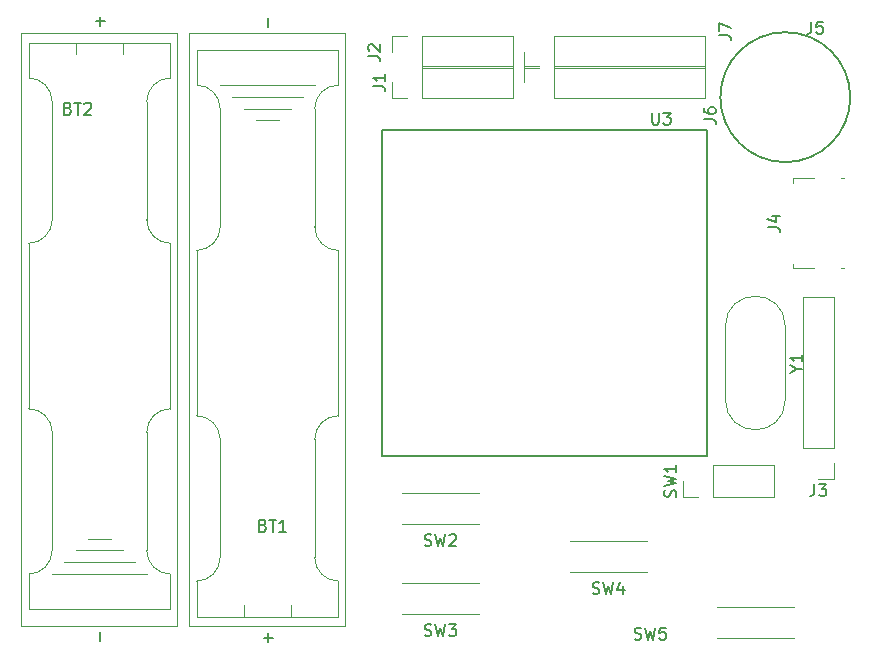
<source format=gto>
G04 #@! TF.GenerationSoftware,KiCad,Pcbnew,(5.0.0)*
G04 #@! TF.CreationDate,2019-03-24T17:02:07+01:00*
G04 #@! TF.ProjectId,lcrmeter,6C63726D657465722E6B696361645F70,rev?*
G04 #@! TF.SameCoordinates,Original*
G04 #@! TF.FileFunction,Legend,Top*
G04 #@! TF.FilePolarity,Positive*
%FSLAX46Y46*%
G04 Gerber Fmt 4.6, Leading zero omitted, Abs format (unit mm)*
G04 Created by KiCad (PCBNEW (5.0.0)) date 03/24/19 17:02:07*
%MOMM*%
%LPD*%
G01*
G04 APERTURE LIST*
%ADD10C,0.150000*%
%ADD11C,0.120000*%
G04 APERTURE END LIST*
D10*
G04 #@! TO.C,J5*
X175426000Y-102362000D02*
G75*
G03X175426000Y-102362000I-5500000J0D01*
G01*
D11*
G04 #@! TO.C,BT1*
X132078308Y-98335920D02*
X132078308Y-101335920D01*
X120078308Y-98335920D02*
X132078308Y-98335920D01*
X120078308Y-98335920D02*
X120078308Y-101335920D01*
X132078308Y-146335920D02*
X132078308Y-143335920D01*
X120078308Y-146335920D02*
X132078308Y-146335920D01*
X120078308Y-146335920D02*
X120078308Y-143335920D01*
X120078308Y-143335920D02*
G75*
G03X122078308Y-141335920I0J2000000D01*
G01*
X122078308Y-103335920D02*
G75*
G03X120078308Y-101335920I-2000000J0D01*
G01*
X132078308Y-101335920D02*
G75*
G03X130078308Y-103335920I0J-2000000D01*
G01*
X130078308Y-103335920D02*
X130078308Y-113335920D01*
X122078308Y-103335920D02*
X122078308Y-113335920D01*
X130078308Y-141335920D02*
G75*
G03X132078308Y-143335920I2000000J0D01*
G01*
X122078308Y-141335920D02*
X122078308Y-131335920D01*
X130078308Y-141335920D02*
X130078308Y-131335920D01*
X130078308Y-113335920D02*
G75*
G03X132078308Y-115335920I2000000J0D01*
G01*
X132078308Y-129335920D02*
G75*
G03X130078308Y-131335920I0J-2000000D01*
G01*
X122078308Y-131335920D02*
G75*
G03X120078308Y-129335920I-2000000J0D01*
G01*
X120078308Y-115335920D02*
G75*
G03X122078308Y-113335920I0J2000000D01*
G01*
X120078308Y-115335920D02*
X120078308Y-129335920D01*
X132078308Y-129335920D02*
X132078308Y-115335920D01*
X128078308Y-145335920D02*
X128078308Y-146335920D01*
X124078308Y-146335920D02*
X124078308Y-145335920D01*
X122078308Y-101335920D02*
X130078308Y-101335920D01*
X129078308Y-102335920D02*
X123078308Y-102335920D01*
X124078308Y-103335920D02*
X128078308Y-103335920D01*
X125078308Y-104335920D02*
X127078308Y-104335920D01*
X119478308Y-96935920D02*
X119478308Y-147135920D01*
X119478308Y-147135920D02*
X132678308Y-147135920D01*
X132678308Y-147135920D02*
X132678308Y-96935920D01*
X132678308Y-96935920D02*
X119478308Y-96935920D01*
G04 #@! TO.C,BT2*
X105254308Y-147135920D02*
X118454308Y-147135920D01*
X105254308Y-96935920D02*
X105254308Y-147135920D01*
X118454308Y-96935920D02*
X105254308Y-96935920D01*
X118454308Y-147135920D02*
X118454308Y-96935920D01*
X112854308Y-139735920D02*
X110854308Y-139735920D01*
X113854308Y-140735920D02*
X109854308Y-140735920D01*
X108854308Y-141735920D02*
X114854308Y-141735920D01*
X115854308Y-142735920D02*
X107854308Y-142735920D01*
X113854308Y-97735920D02*
X113854308Y-98735920D01*
X109854308Y-98735920D02*
X109854308Y-97735920D01*
X105854308Y-114735920D02*
X105854308Y-128735920D01*
X117854308Y-128735920D02*
X117854308Y-114735920D01*
X117854308Y-128735920D02*
G75*
G03X115854308Y-130735920I0J-2000000D01*
G01*
X115854308Y-112735920D02*
G75*
G03X117854308Y-114735920I2000000J0D01*
G01*
X105854308Y-114735920D02*
G75*
G03X107854308Y-112735920I0J2000000D01*
G01*
X107854308Y-130735920D02*
G75*
G03X105854308Y-128735920I-2000000J0D01*
G01*
X107854308Y-102735920D02*
X107854308Y-112735920D01*
X115854308Y-102735920D02*
X115854308Y-112735920D01*
X107854308Y-102735920D02*
G75*
G03X105854308Y-100735920I-2000000J0D01*
G01*
X115854308Y-140735920D02*
X115854308Y-130735920D01*
X107854308Y-140735920D02*
X107854308Y-130735920D01*
X105854308Y-142735920D02*
G75*
G03X107854308Y-140735920I0J2000000D01*
G01*
X115854308Y-140735920D02*
G75*
G03X117854308Y-142735920I2000000J0D01*
G01*
X117854308Y-100735920D02*
G75*
G03X115854308Y-102735920I0J-2000000D01*
G01*
X117854308Y-97735920D02*
X117854308Y-100735920D01*
X117854308Y-97735920D02*
X105854308Y-97735920D01*
X105854308Y-97735920D02*
X105854308Y-100735920D01*
X117854308Y-145735920D02*
X117854308Y-142735920D01*
X117854308Y-145735920D02*
X105854308Y-145735920D01*
X105854308Y-145735920D02*
X105854308Y-142735920D01*
G04 #@! TO.C,J1*
X146872000Y-102422000D02*
X146872000Y-99762000D01*
X139192000Y-102422000D02*
X146872000Y-102422000D01*
X139192000Y-99762000D02*
X146872000Y-99762000D01*
X139192000Y-102422000D02*
X139192000Y-99762000D01*
X137922000Y-102422000D02*
X136592000Y-102422000D01*
X136592000Y-102422000D02*
X136592000Y-101092000D01*
G04 #@! TO.C,J2*
X139192000Y-99882000D02*
X139192000Y-97222000D01*
X139192000Y-99882000D02*
X146872000Y-99882000D01*
X146872000Y-99882000D02*
X146872000Y-97222000D01*
X139192000Y-97222000D02*
X146872000Y-97222000D01*
X136592000Y-97222000D02*
X137922000Y-97222000D01*
X136592000Y-98552000D02*
X136592000Y-97222000D01*
G04 #@! TO.C,J3*
X174050000Y-119320000D02*
X171390000Y-119320000D01*
X174050000Y-132080000D02*
X174050000Y-119320000D01*
X171390000Y-132080000D02*
X171390000Y-119320000D01*
X174050000Y-132080000D02*
X171390000Y-132080000D01*
X174050000Y-133350000D02*
X174050000Y-134680000D01*
X174050000Y-134680000D02*
X172720000Y-134680000D01*
G04 #@! TO.C,J4*
X170572000Y-109220000D02*
X170572000Y-109600000D01*
X174622000Y-109220000D02*
X174882000Y-109220000D01*
X170572000Y-109220000D02*
X172342000Y-109220000D01*
X170572000Y-116840000D02*
X170572000Y-116460000D01*
X172342000Y-116840000D02*
X170572000Y-116840000D01*
X174882000Y-116840000D02*
X174622000Y-116840000D01*
G04 #@! TO.C,J6*
X150368000Y-102422000D02*
X150368000Y-99762000D01*
X150368000Y-102422000D02*
X163128000Y-102422000D01*
X163128000Y-102422000D02*
X163128000Y-99762000D01*
X150368000Y-99762000D02*
X163128000Y-99762000D01*
X147768000Y-99762000D02*
X149098000Y-99762000D01*
X147768000Y-101092000D02*
X147768000Y-99762000D01*
G04 #@! TO.C,J7*
X147768000Y-99882000D02*
X147768000Y-98552000D01*
X149098000Y-99882000D02*
X147768000Y-99882000D01*
X150368000Y-99882000D02*
X150368000Y-97222000D01*
X150368000Y-97222000D02*
X163128000Y-97222000D01*
X150368000Y-99882000D02*
X163128000Y-99882000D01*
X163128000Y-99882000D02*
X163128000Y-97222000D01*
G04 #@! TO.C,SW2*
X143966000Y-138460000D02*
X137466000Y-138460000D01*
X137466000Y-135860000D02*
X143966000Y-135860000D01*
G04 #@! TO.C,SW3*
X137466000Y-143480000D02*
X143966000Y-143480000D01*
X143966000Y-146080000D02*
X137466000Y-146080000D01*
G04 #@! TO.C,SW4*
X158190000Y-142524000D02*
X151690000Y-142524000D01*
X151690000Y-139924000D02*
X158190000Y-139924000D01*
G04 #@! TO.C,SW5*
X164136000Y-145512000D02*
X170636000Y-145512000D01*
X170636000Y-148112000D02*
X164136000Y-148112000D01*
D10*
G04 #@! TO.C,U3*
X149616000Y-105126000D02*
X135816000Y-105126000D01*
X135816000Y-105126000D02*
X135816000Y-132726000D01*
X135816000Y-132726000D02*
X163316000Y-132726000D01*
X163316000Y-132726000D02*
X163316000Y-105126000D01*
X163316000Y-105126000D02*
X149616000Y-105126000D01*
D11*
G04 #@! TO.C,Y1*
X169911000Y-121743000D02*
X169911000Y-127993000D01*
X164861000Y-121743000D02*
X164861000Y-127993000D01*
X164861000Y-121743000D02*
G75*
G02X169911000Y-121743000I2525000J0D01*
G01*
X164861000Y-127993000D02*
G75*
G03X169911000Y-127993000I2525000J0D01*
G01*
G04 #@! TO.C,SW1*
X168970000Y-136204000D02*
X168970000Y-133544000D01*
X163830000Y-136204000D02*
X168970000Y-136204000D01*
X163830000Y-133544000D02*
X168970000Y-133544000D01*
X163830000Y-136204000D02*
X163830000Y-133544000D01*
X162560000Y-136204000D02*
X161230000Y-136204000D01*
X161230000Y-136204000D02*
X161230000Y-134874000D01*
G04 #@! TO.C,J5*
D10*
X172132666Y-95972380D02*
X172132666Y-96686666D01*
X172085047Y-96829523D01*
X171989809Y-96924761D01*
X171846952Y-96972380D01*
X171751714Y-96972380D01*
X173085047Y-95972380D02*
X172608857Y-95972380D01*
X172561238Y-96448571D01*
X172608857Y-96400952D01*
X172704095Y-96353333D01*
X172942190Y-96353333D01*
X173037428Y-96400952D01*
X173085047Y-96448571D01*
X173132666Y-96543809D01*
X173132666Y-96781904D01*
X173085047Y-96877142D01*
X173037428Y-96924761D01*
X172942190Y-96972380D01*
X172704095Y-96972380D01*
X172608857Y-96924761D01*
X172561238Y-96877142D01*
G04 #@! TO.C,BT1*
X125706285Y-138612571D02*
X125849142Y-138660190D01*
X125896761Y-138707809D01*
X125944380Y-138803047D01*
X125944380Y-138945904D01*
X125896761Y-139041142D01*
X125849142Y-139088761D01*
X125753904Y-139136380D01*
X125372952Y-139136380D01*
X125372952Y-138136380D01*
X125706285Y-138136380D01*
X125801523Y-138184000D01*
X125849142Y-138231619D01*
X125896761Y-138326857D01*
X125896761Y-138422095D01*
X125849142Y-138517333D01*
X125801523Y-138564952D01*
X125706285Y-138612571D01*
X125372952Y-138612571D01*
X126230095Y-138136380D02*
X126801523Y-138136380D01*
X126515809Y-139136380D02*
X126515809Y-138136380D01*
X127658666Y-139136380D02*
X127087238Y-139136380D01*
X127372952Y-139136380D02*
X127372952Y-138136380D01*
X127277714Y-138279238D01*
X127182476Y-138374476D01*
X127087238Y-138422095D01*
X126149736Y-148526872D02*
X126149736Y-147764967D01*
X126530688Y-148145920D02*
X125768784Y-148145920D01*
X126149736Y-96456872D02*
X126149736Y-95694967D01*
G04 #@! TO.C,BT2*
X109196285Y-103306571D02*
X109339142Y-103354190D01*
X109386761Y-103401809D01*
X109434380Y-103497047D01*
X109434380Y-103639904D01*
X109386761Y-103735142D01*
X109339142Y-103782761D01*
X109243904Y-103830380D01*
X108862952Y-103830380D01*
X108862952Y-102830380D01*
X109196285Y-102830380D01*
X109291523Y-102878000D01*
X109339142Y-102925619D01*
X109386761Y-103020857D01*
X109386761Y-103116095D01*
X109339142Y-103211333D01*
X109291523Y-103258952D01*
X109196285Y-103306571D01*
X108862952Y-103306571D01*
X109720095Y-102830380D02*
X110291523Y-102830380D01*
X110005809Y-103830380D02*
X110005809Y-102830380D01*
X110577238Y-102925619D02*
X110624857Y-102878000D01*
X110720095Y-102830380D01*
X110958190Y-102830380D01*
X111053428Y-102878000D01*
X111101047Y-102925619D01*
X111148666Y-103020857D01*
X111148666Y-103116095D01*
X111101047Y-103258952D01*
X110529619Y-103830380D01*
X111148666Y-103830380D01*
X111925736Y-148376872D02*
X111925736Y-147614967D01*
X111925736Y-96306872D02*
X111925736Y-95544967D01*
X112306688Y-95925920D02*
X111544784Y-95925920D01*
G04 #@! TO.C,J1*
X135044380Y-101425333D02*
X135758666Y-101425333D01*
X135901523Y-101472952D01*
X135996761Y-101568190D01*
X136044380Y-101711047D01*
X136044380Y-101806285D01*
X136044380Y-100425333D02*
X136044380Y-100996761D01*
X136044380Y-100711047D02*
X135044380Y-100711047D01*
X135187238Y-100806285D01*
X135282476Y-100901523D01*
X135330095Y-100996761D01*
G04 #@! TO.C,J2*
X134604380Y-98885333D02*
X135318666Y-98885333D01*
X135461523Y-98932952D01*
X135556761Y-99028190D01*
X135604380Y-99171047D01*
X135604380Y-99266285D01*
X134699619Y-98456761D02*
X134652000Y-98409142D01*
X134604380Y-98313904D01*
X134604380Y-98075809D01*
X134652000Y-97980571D01*
X134699619Y-97932952D01*
X134794857Y-97885333D01*
X134890095Y-97885333D01*
X135032952Y-97932952D01*
X135604380Y-98504380D01*
X135604380Y-97885333D01*
G04 #@! TO.C,J3*
X172386666Y-135132380D02*
X172386666Y-135846666D01*
X172339047Y-135989523D01*
X172243809Y-136084761D01*
X172100952Y-136132380D01*
X172005714Y-136132380D01*
X172767619Y-135132380D02*
X173386666Y-135132380D01*
X173053333Y-135513333D01*
X173196190Y-135513333D01*
X173291428Y-135560952D01*
X173339047Y-135608571D01*
X173386666Y-135703809D01*
X173386666Y-135941904D01*
X173339047Y-136037142D01*
X173291428Y-136084761D01*
X173196190Y-136132380D01*
X172910476Y-136132380D01*
X172815238Y-136084761D01*
X172767619Y-136037142D01*
G04 #@! TO.C,J4*
X168434380Y-113363333D02*
X169148666Y-113363333D01*
X169291523Y-113410952D01*
X169386761Y-113506190D01*
X169434380Y-113649047D01*
X169434380Y-113744285D01*
X168767714Y-112458571D02*
X169434380Y-112458571D01*
X168386761Y-112696666D02*
X169101047Y-112934761D01*
X169101047Y-112315714D01*
G04 #@! TO.C,J6*
X163028380Y-104219333D02*
X163742666Y-104219333D01*
X163885523Y-104266952D01*
X163980761Y-104362190D01*
X164028380Y-104505047D01*
X164028380Y-104600285D01*
X163028380Y-103314571D02*
X163028380Y-103505047D01*
X163076000Y-103600285D01*
X163123619Y-103647904D01*
X163266476Y-103743142D01*
X163456952Y-103790761D01*
X163837904Y-103790761D01*
X163933142Y-103743142D01*
X163980761Y-103695523D01*
X164028380Y-103600285D01*
X164028380Y-103409809D01*
X163980761Y-103314571D01*
X163933142Y-103266952D01*
X163837904Y-103219333D01*
X163599809Y-103219333D01*
X163504571Y-103266952D01*
X163456952Y-103314571D01*
X163409333Y-103409809D01*
X163409333Y-103600285D01*
X163456952Y-103695523D01*
X163504571Y-103743142D01*
X163599809Y-103790761D01*
G04 #@! TO.C,J7*
X164298380Y-97107333D02*
X165012666Y-97107333D01*
X165155523Y-97154952D01*
X165250761Y-97250190D01*
X165298380Y-97393047D01*
X165298380Y-97488285D01*
X164298380Y-96726380D02*
X164298380Y-96059714D01*
X165298380Y-96488285D01*
G04 #@! TO.C,SW2*
X139382666Y-140314761D02*
X139525523Y-140362380D01*
X139763619Y-140362380D01*
X139858857Y-140314761D01*
X139906476Y-140267142D01*
X139954095Y-140171904D01*
X139954095Y-140076666D01*
X139906476Y-139981428D01*
X139858857Y-139933809D01*
X139763619Y-139886190D01*
X139573142Y-139838571D01*
X139477904Y-139790952D01*
X139430285Y-139743333D01*
X139382666Y-139648095D01*
X139382666Y-139552857D01*
X139430285Y-139457619D01*
X139477904Y-139410000D01*
X139573142Y-139362380D01*
X139811238Y-139362380D01*
X139954095Y-139410000D01*
X140287428Y-139362380D02*
X140525523Y-140362380D01*
X140716000Y-139648095D01*
X140906476Y-140362380D01*
X141144571Y-139362380D01*
X141477904Y-139457619D02*
X141525523Y-139410000D01*
X141620761Y-139362380D01*
X141858857Y-139362380D01*
X141954095Y-139410000D01*
X142001714Y-139457619D01*
X142049333Y-139552857D01*
X142049333Y-139648095D01*
X142001714Y-139790952D01*
X141430285Y-140362380D01*
X142049333Y-140362380D01*
G04 #@! TO.C,SW3*
X139382666Y-147934761D02*
X139525523Y-147982380D01*
X139763619Y-147982380D01*
X139858857Y-147934761D01*
X139906476Y-147887142D01*
X139954095Y-147791904D01*
X139954095Y-147696666D01*
X139906476Y-147601428D01*
X139858857Y-147553809D01*
X139763619Y-147506190D01*
X139573142Y-147458571D01*
X139477904Y-147410952D01*
X139430285Y-147363333D01*
X139382666Y-147268095D01*
X139382666Y-147172857D01*
X139430285Y-147077619D01*
X139477904Y-147030000D01*
X139573142Y-146982380D01*
X139811238Y-146982380D01*
X139954095Y-147030000D01*
X140287428Y-146982380D02*
X140525523Y-147982380D01*
X140716000Y-147268095D01*
X140906476Y-147982380D01*
X141144571Y-146982380D01*
X141430285Y-146982380D02*
X142049333Y-146982380D01*
X141716000Y-147363333D01*
X141858857Y-147363333D01*
X141954095Y-147410952D01*
X142001714Y-147458571D01*
X142049333Y-147553809D01*
X142049333Y-147791904D01*
X142001714Y-147887142D01*
X141954095Y-147934761D01*
X141858857Y-147982380D01*
X141573142Y-147982380D01*
X141477904Y-147934761D01*
X141430285Y-147887142D01*
G04 #@! TO.C,SW4*
X153606666Y-144378761D02*
X153749523Y-144426380D01*
X153987619Y-144426380D01*
X154082857Y-144378761D01*
X154130476Y-144331142D01*
X154178095Y-144235904D01*
X154178095Y-144140666D01*
X154130476Y-144045428D01*
X154082857Y-143997809D01*
X153987619Y-143950190D01*
X153797142Y-143902571D01*
X153701904Y-143854952D01*
X153654285Y-143807333D01*
X153606666Y-143712095D01*
X153606666Y-143616857D01*
X153654285Y-143521619D01*
X153701904Y-143474000D01*
X153797142Y-143426380D01*
X154035238Y-143426380D01*
X154178095Y-143474000D01*
X154511428Y-143426380D02*
X154749523Y-144426380D01*
X154940000Y-143712095D01*
X155130476Y-144426380D01*
X155368571Y-143426380D01*
X156178095Y-143759714D02*
X156178095Y-144426380D01*
X155940000Y-143378761D02*
X155701904Y-144093047D01*
X156320952Y-144093047D01*
G04 #@! TO.C,SW5*
X157162666Y-148232761D02*
X157305523Y-148280380D01*
X157543619Y-148280380D01*
X157638857Y-148232761D01*
X157686476Y-148185142D01*
X157734095Y-148089904D01*
X157734095Y-147994666D01*
X157686476Y-147899428D01*
X157638857Y-147851809D01*
X157543619Y-147804190D01*
X157353142Y-147756571D01*
X157257904Y-147708952D01*
X157210285Y-147661333D01*
X157162666Y-147566095D01*
X157162666Y-147470857D01*
X157210285Y-147375619D01*
X157257904Y-147328000D01*
X157353142Y-147280380D01*
X157591238Y-147280380D01*
X157734095Y-147328000D01*
X158067428Y-147280380D02*
X158305523Y-148280380D01*
X158496000Y-147566095D01*
X158686476Y-148280380D01*
X158924571Y-147280380D01*
X159781714Y-147280380D02*
X159305523Y-147280380D01*
X159257904Y-147756571D01*
X159305523Y-147708952D01*
X159400761Y-147661333D01*
X159638857Y-147661333D01*
X159734095Y-147708952D01*
X159781714Y-147756571D01*
X159829333Y-147851809D01*
X159829333Y-148089904D01*
X159781714Y-148185142D01*
X159734095Y-148232761D01*
X159638857Y-148280380D01*
X159400761Y-148280380D01*
X159305523Y-148232761D01*
X159257904Y-148185142D01*
G04 #@! TO.C,U3*
X158654095Y-103678380D02*
X158654095Y-104487904D01*
X158701714Y-104583142D01*
X158749333Y-104630761D01*
X158844571Y-104678380D01*
X159035047Y-104678380D01*
X159130285Y-104630761D01*
X159177904Y-104583142D01*
X159225523Y-104487904D01*
X159225523Y-103678380D01*
X159606476Y-103678380D02*
X160225523Y-103678380D01*
X159892190Y-104059333D01*
X160035047Y-104059333D01*
X160130285Y-104106952D01*
X160177904Y-104154571D01*
X160225523Y-104249809D01*
X160225523Y-104487904D01*
X160177904Y-104583142D01*
X160130285Y-104630761D01*
X160035047Y-104678380D01*
X159749333Y-104678380D01*
X159654095Y-104630761D01*
X159606476Y-104583142D01*
G04 #@! TO.C,Y1*
X170887190Y-125344190D02*
X171363380Y-125344190D01*
X170363380Y-125677523D02*
X170887190Y-125344190D01*
X170363380Y-125010857D01*
X171363380Y-124153714D02*
X171363380Y-124725142D01*
X171363380Y-124439428D02*
X170363380Y-124439428D01*
X170506238Y-124534666D01*
X170601476Y-124629904D01*
X170649095Y-124725142D01*
G04 #@! TO.C,SW1*
X160634761Y-136207333D02*
X160682380Y-136064476D01*
X160682380Y-135826380D01*
X160634761Y-135731142D01*
X160587142Y-135683523D01*
X160491904Y-135635904D01*
X160396666Y-135635904D01*
X160301428Y-135683523D01*
X160253809Y-135731142D01*
X160206190Y-135826380D01*
X160158571Y-136016857D01*
X160110952Y-136112095D01*
X160063333Y-136159714D01*
X159968095Y-136207333D01*
X159872857Y-136207333D01*
X159777619Y-136159714D01*
X159730000Y-136112095D01*
X159682380Y-136016857D01*
X159682380Y-135778761D01*
X159730000Y-135635904D01*
X159682380Y-135302571D02*
X160682380Y-135064476D01*
X159968095Y-134874000D01*
X160682380Y-134683523D01*
X159682380Y-134445428D01*
X160682380Y-133540666D02*
X160682380Y-134112095D01*
X160682380Y-133826380D02*
X159682380Y-133826380D01*
X159825238Y-133921619D01*
X159920476Y-134016857D01*
X159968095Y-134112095D01*
G04 #@! TD*
M02*

</source>
